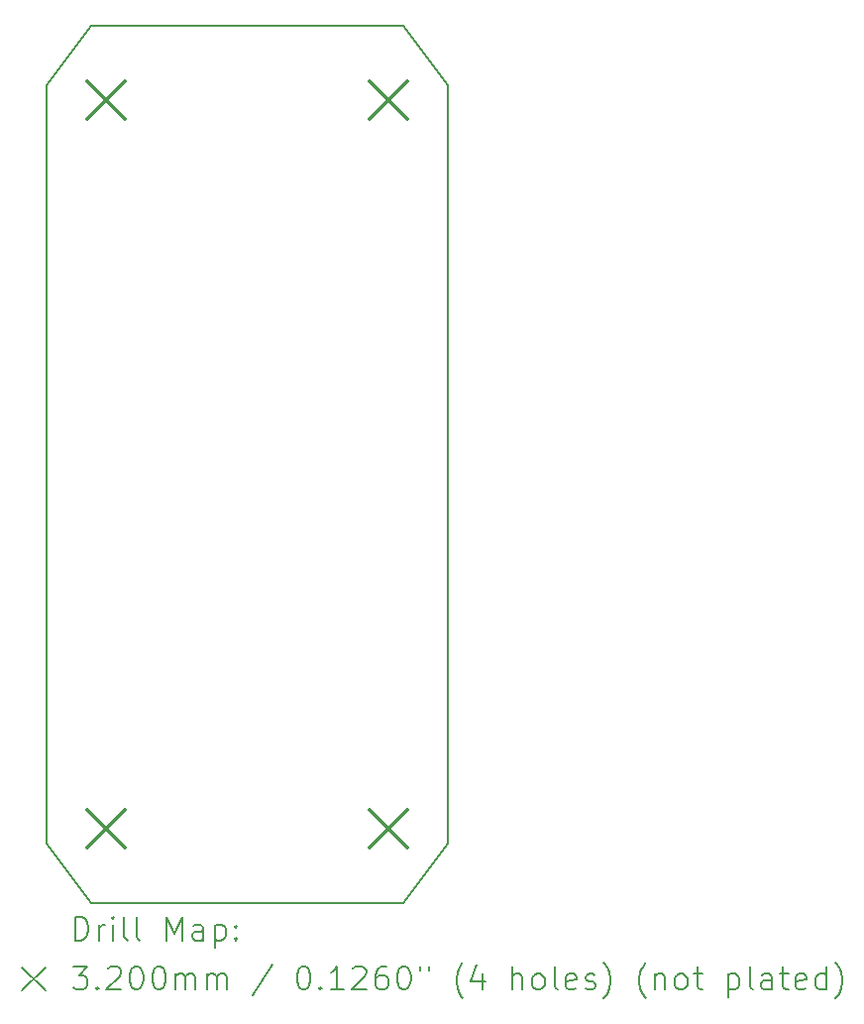
<source format=gbr>
%TF.GenerationSoftware,KiCad,Pcbnew,(6.0.9)*%
%TF.CreationDate,2024-07-08T19:13:21-04:00*%
%TF.ProjectId,PantryLED,50616e74-7279-44c4-9544-2e6b69636164,rev?*%
%TF.SameCoordinates,Original*%
%TF.FileFunction,Drillmap*%
%TF.FilePolarity,Positive*%
%FSLAX45Y45*%
G04 Gerber Fmt 4.5, Leading zero omitted, Abs format (unit mm)*
G04 Created by KiCad (PCBNEW (6.0.9)) date 2024-07-08 19:13:21*
%MOMM*%
%LPD*%
G01*
G04 APERTURE LIST*
%ADD10C,0.200000*%
%ADD11C,0.320000*%
G04 APERTURE END LIST*
D10*
X15875000Y-4953000D02*
X15875000Y-11430000D01*
X15494000Y-11938000D01*
X12827000Y-11938000D01*
X12446000Y-11430000D01*
X12446000Y-4953000D01*
X12827000Y-4445000D01*
X15494000Y-4445000D01*
X15875000Y-4953000D01*
D11*
X12794000Y-4920000D02*
X13114000Y-5240000D01*
X13114000Y-4920000D02*
X12794000Y-5240000D01*
X12794000Y-11143000D02*
X13114000Y-11463000D01*
X13114000Y-11143000D02*
X12794000Y-11463000D01*
X15207000Y-4920000D02*
X15527000Y-5240000D01*
X15527000Y-4920000D02*
X15207000Y-5240000D01*
X15207000Y-11143000D02*
X15527000Y-11463000D01*
X15527000Y-11143000D02*
X15207000Y-11463000D01*
D10*
X12693619Y-12258476D02*
X12693619Y-12058476D01*
X12741238Y-12058476D01*
X12769809Y-12068000D01*
X12788857Y-12087048D01*
X12798381Y-12106095D01*
X12807905Y-12144190D01*
X12807905Y-12172762D01*
X12798381Y-12210857D01*
X12788857Y-12229905D01*
X12769809Y-12248952D01*
X12741238Y-12258476D01*
X12693619Y-12258476D01*
X12893619Y-12258476D02*
X12893619Y-12125143D01*
X12893619Y-12163238D02*
X12903143Y-12144190D01*
X12912667Y-12134667D01*
X12931714Y-12125143D01*
X12950762Y-12125143D01*
X13017428Y-12258476D02*
X13017428Y-12125143D01*
X13017428Y-12058476D02*
X13007905Y-12068000D01*
X13017428Y-12077524D01*
X13026952Y-12068000D01*
X13017428Y-12058476D01*
X13017428Y-12077524D01*
X13141238Y-12258476D02*
X13122190Y-12248952D01*
X13112667Y-12229905D01*
X13112667Y-12058476D01*
X13246000Y-12258476D02*
X13226952Y-12248952D01*
X13217428Y-12229905D01*
X13217428Y-12058476D01*
X13474571Y-12258476D02*
X13474571Y-12058476D01*
X13541238Y-12201333D01*
X13607905Y-12058476D01*
X13607905Y-12258476D01*
X13788857Y-12258476D02*
X13788857Y-12153714D01*
X13779333Y-12134667D01*
X13760286Y-12125143D01*
X13722190Y-12125143D01*
X13703143Y-12134667D01*
X13788857Y-12248952D02*
X13769809Y-12258476D01*
X13722190Y-12258476D01*
X13703143Y-12248952D01*
X13693619Y-12229905D01*
X13693619Y-12210857D01*
X13703143Y-12191809D01*
X13722190Y-12182286D01*
X13769809Y-12182286D01*
X13788857Y-12172762D01*
X13884095Y-12125143D02*
X13884095Y-12325143D01*
X13884095Y-12134667D02*
X13903143Y-12125143D01*
X13941238Y-12125143D01*
X13960286Y-12134667D01*
X13969809Y-12144190D01*
X13979333Y-12163238D01*
X13979333Y-12220381D01*
X13969809Y-12239428D01*
X13960286Y-12248952D01*
X13941238Y-12258476D01*
X13903143Y-12258476D01*
X13884095Y-12248952D01*
X14065048Y-12239428D02*
X14074571Y-12248952D01*
X14065048Y-12258476D01*
X14055524Y-12248952D01*
X14065048Y-12239428D01*
X14065048Y-12258476D01*
X14065048Y-12134667D02*
X14074571Y-12144190D01*
X14065048Y-12153714D01*
X14055524Y-12144190D01*
X14065048Y-12134667D01*
X14065048Y-12153714D01*
X12236000Y-12488000D02*
X12436000Y-12688000D01*
X12436000Y-12488000D02*
X12236000Y-12688000D01*
X12674571Y-12478476D02*
X12798381Y-12478476D01*
X12731714Y-12554667D01*
X12760286Y-12554667D01*
X12779333Y-12564190D01*
X12788857Y-12573714D01*
X12798381Y-12592762D01*
X12798381Y-12640381D01*
X12788857Y-12659428D01*
X12779333Y-12668952D01*
X12760286Y-12678476D01*
X12703143Y-12678476D01*
X12684095Y-12668952D01*
X12674571Y-12659428D01*
X12884095Y-12659428D02*
X12893619Y-12668952D01*
X12884095Y-12678476D01*
X12874571Y-12668952D01*
X12884095Y-12659428D01*
X12884095Y-12678476D01*
X12969809Y-12497524D02*
X12979333Y-12488000D01*
X12998381Y-12478476D01*
X13046000Y-12478476D01*
X13065048Y-12488000D01*
X13074571Y-12497524D01*
X13084095Y-12516571D01*
X13084095Y-12535619D01*
X13074571Y-12564190D01*
X12960286Y-12678476D01*
X13084095Y-12678476D01*
X13207905Y-12478476D02*
X13226952Y-12478476D01*
X13246000Y-12488000D01*
X13255524Y-12497524D01*
X13265048Y-12516571D01*
X13274571Y-12554667D01*
X13274571Y-12602286D01*
X13265048Y-12640381D01*
X13255524Y-12659428D01*
X13246000Y-12668952D01*
X13226952Y-12678476D01*
X13207905Y-12678476D01*
X13188857Y-12668952D01*
X13179333Y-12659428D01*
X13169809Y-12640381D01*
X13160286Y-12602286D01*
X13160286Y-12554667D01*
X13169809Y-12516571D01*
X13179333Y-12497524D01*
X13188857Y-12488000D01*
X13207905Y-12478476D01*
X13398381Y-12478476D02*
X13417428Y-12478476D01*
X13436476Y-12488000D01*
X13446000Y-12497524D01*
X13455524Y-12516571D01*
X13465048Y-12554667D01*
X13465048Y-12602286D01*
X13455524Y-12640381D01*
X13446000Y-12659428D01*
X13436476Y-12668952D01*
X13417428Y-12678476D01*
X13398381Y-12678476D01*
X13379333Y-12668952D01*
X13369809Y-12659428D01*
X13360286Y-12640381D01*
X13350762Y-12602286D01*
X13350762Y-12554667D01*
X13360286Y-12516571D01*
X13369809Y-12497524D01*
X13379333Y-12488000D01*
X13398381Y-12478476D01*
X13550762Y-12678476D02*
X13550762Y-12545143D01*
X13550762Y-12564190D02*
X13560286Y-12554667D01*
X13579333Y-12545143D01*
X13607905Y-12545143D01*
X13626952Y-12554667D01*
X13636476Y-12573714D01*
X13636476Y-12678476D01*
X13636476Y-12573714D02*
X13646000Y-12554667D01*
X13665048Y-12545143D01*
X13693619Y-12545143D01*
X13712667Y-12554667D01*
X13722190Y-12573714D01*
X13722190Y-12678476D01*
X13817428Y-12678476D02*
X13817428Y-12545143D01*
X13817428Y-12564190D02*
X13826952Y-12554667D01*
X13846000Y-12545143D01*
X13874571Y-12545143D01*
X13893619Y-12554667D01*
X13903143Y-12573714D01*
X13903143Y-12678476D01*
X13903143Y-12573714D02*
X13912667Y-12554667D01*
X13931714Y-12545143D01*
X13960286Y-12545143D01*
X13979333Y-12554667D01*
X13988857Y-12573714D01*
X13988857Y-12678476D01*
X14379333Y-12468952D02*
X14207905Y-12726095D01*
X14636476Y-12478476D02*
X14655524Y-12478476D01*
X14674571Y-12488000D01*
X14684095Y-12497524D01*
X14693619Y-12516571D01*
X14703143Y-12554667D01*
X14703143Y-12602286D01*
X14693619Y-12640381D01*
X14684095Y-12659428D01*
X14674571Y-12668952D01*
X14655524Y-12678476D01*
X14636476Y-12678476D01*
X14617428Y-12668952D01*
X14607905Y-12659428D01*
X14598381Y-12640381D01*
X14588857Y-12602286D01*
X14588857Y-12554667D01*
X14598381Y-12516571D01*
X14607905Y-12497524D01*
X14617428Y-12488000D01*
X14636476Y-12478476D01*
X14788857Y-12659428D02*
X14798381Y-12668952D01*
X14788857Y-12678476D01*
X14779333Y-12668952D01*
X14788857Y-12659428D01*
X14788857Y-12678476D01*
X14988857Y-12678476D02*
X14874571Y-12678476D01*
X14931714Y-12678476D02*
X14931714Y-12478476D01*
X14912667Y-12507048D01*
X14893619Y-12526095D01*
X14874571Y-12535619D01*
X15065048Y-12497524D02*
X15074571Y-12488000D01*
X15093619Y-12478476D01*
X15141238Y-12478476D01*
X15160286Y-12488000D01*
X15169809Y-12497524D01*
X15179333Y-12516571D01*
X15179333Y-12535619D01*
X15169809Y-12564190D01*
X15055524Y-12678476D01*
X15179333Y-12678476D01*
X15350762Y-12478476D02*
X15312667Y-12478476D01*
X15293619Y-12488000D01*
X15284095Y-12497524D01*
X15265048Y-12526095D01*
X15255524Y-12564190D01*
X15255524Y-12640381D01*
X15265048Y-12659428D01*
X15274571Y-12668952D01*
X15293619Y-12678476D01*
X15331714Y-12678476D01*
X15350762Y-12668952D01*
X15360286Y-12659428D01*
X15369809Y-12640381D01*
X15369809Y-12592762D01*
X15360286Y-12573714D01*
X15350762Y-12564190D01*
X15331714Y-12554667D01*
X15293619Y-12554667D01*
X15274571Y-12564190D01*
X15265048Y-12573714D01*
X15255524Y-12592762D01*
X15493619Y-12478476D02*
X15512667Y-12478476D01*
X15531714Y-12488000D01*
X15541238Y-12497524D01*
X15550762Y-12516571D01*
X15560286Y-12554667D01*
X15560286Y-12602286D01*
X15550762Y-12640381D01*
X15541238Y-12659428D01*
X15531714Y-12668952D01*
X15512667Y-12678476D01*
X15493619Y-12678476D01*
X15474571Y-12668952D01*
X15465048Y-12659428D01*
X15455524Y-12640381D01*
X15446000Y-12602286D01*
X15446000Y-12554667D01*
X15455524Y-12516571D01*
X15465048Y-12497524D01*
X15474571Y-12488000D01*
X15493619Y-12478476D01*
X15636476Y-12478476D02*
X15636476Y-12516571D01*
X15712667Y-12478476D02*
X15712667Y-12516571D01*
X16007905Y-12754667D02*
X15998381Y-12745143D01*
X15979333Y-12716571D01*
X15969809Y-12697524D01*
X15960286Y-12668952D01*
X15950762Y-12621333D01*
X15950762Y-12583238D01*
X15960286Y-12535619D01*
X15969809Y-12507048D01*
X15979333Y-12488000D01*
X15998381Y-12459428D01*
X16007905Y-12449905D01*
X16169809Y-12545143D02*
X16169809Y-12678476D01*
X16122190Y-12468952D02*
X16074571Y-12611809D01*
X16198381Y-12611809D01*
X16426952Y-12678476D02*
X16426952Y-12478476D01*
X16512667Y-12678476D02*
X16512667Y-12573714D01*
X16503143Y-12554667D01*
X16484095Y-12545143D01*
X16455524Y-12545143D01*
X16436476Y-12554667D01*
X16426952Y-12564190D01*
X16636476Y-12678476D02*
X16617428Y-12668952D01*
X16607905Y-12659428D01*
X16598381Y-12640381D01*
X16598381Y-12583238D01*
X16607905Y-12564190D01*
X16617428Y-12554667D01*
X16636476Y-12545143D01*
X16665048Y-12545143D01*
X16684095Y-12554667D01*
X16693619Y-12564190D01*
X16703143Y-12583238D01*
X16703143Y-12640381D01*
X16693619Y-12659428D01*
X16684095Y-12668952D01*
X16665048Y-12678476D01*
X16636476Y-12678476D01*
X16817429Y-12678476D02*
X16798381Y-12668952D01*
X16788857Y-12649905D01*
X16788857Y-12478476D01*
X16969810Y-12668952D02*
X16950762Y-12678476D01*
X16912667Y-12678476D01*
X16893619Y-12668952D01*
X16884095Y-12649905D01*
X16884095Y-12573714D01*
X16893619Y-12554667D01*
X16912667Y-12545143D01*
X16950762Y-12545143D01*
X16969810Y-12554667D01*
X16979333Y-12573714D01*
X16979333Y-12592762D01*
X16884095Y-12611809D01*
X17055524Y-12668952D02*
X17074571Y-12678476D01*
X17112667Y-12678476D01*
X17131714Y-12668952D01*
X17141238Y-12649905D01*
X17141238Y-12640381D01*
X17131714Y-12621333D01*
X17112667Y-12611809D01*
X17084095Y-12611809D01*
X17065048Y-12602286D01*
X17055524Y-12583238D01*
X17055524Y-12573714D01*
X17065048Y-12554667D01*
X17084095Y-12545143D01*
X17112667Y-12545143D01*
X17131714Y-12554667D01*
X17207905Y-12754667D02*
X17217429Y-12745143D01*
X17236476Y-12716571D01*
X17246000Y-12697524D01*
X17255524Y-12668952D01*
X17265048Y-12621333D01*
X17265048Y-12583238D01*
X17255524Y-12535619D01*
X17246000Y-12507048D01*
X17236476Y-12488000D01*
X17217429Y-12459428D01*
X17207905Y-12449905D01*
X17569810Y-12754667D02*
X17560286Y-12745143D01*
X17541238Y-12716571D01*
X17531714Y-12697524D01*
X17522190Y-12668952D01*
X17512667Y-12621333D01*
X17512667Y-12583238D01*
X17522190Y-12535619D01*
X17531714Y-12507048D01*
X17541238Y-12488000D01*
X17560286Y-12459428D01*
X17569810Y-12449905D01*
X17646000Y-12545143D02*
X17646000Y-12678476D01*
X17646000Y-12564190D02*
X17655524Y-12554667D01*
X17674571Y-12545143D01*
X17703143Y-12545143D01*
X17722190Y-12554667D01*
X17731714Y-12573714D01*
X17731714Y-12678476D01*
X17855524Y-12678476D02*
X17836476Y-12668952D01*
X17826952Y-12659428D01*
X17817429Y-12640381D01*
X17817429Y-12583238D01*
X17826952Y-12564190D01*
X17836476Y-12554667D01*
X17855524Y-12545143D01*
X17884095Y-12545143D01*
X17903143Y-12554667D01*
X17912667Y-12564190D01*
X17922190Y-12583238D01*
X17922190Y-12640381D01*
X17912667Y-12659428D01*
X17903143Y-12668952D01*
X17884095Y-12678476D01*
X17855524Y-12678476D01*
X17979333Y-12545143D02*
X18055524Y-12545143D01*
X18007905Y-12478476D02*
X18007905Y-12649905D01*
X18017429Y-12668952D01*
X18036476Y-12678476D01*
X18055524Y-12678476D01*
X18274571Y-12545143D02*
X18274571Y-12745143D01*
X18274571Y-12554667D02*
X18293619Y-12545143D01*
X18331714Y-12545143D01*
X18350762Y-12554667D01*
X18360286Y-12564190D01*
X18369810Y-12583238D01*
X18369810Y-12640381D01*
X18360286Y-12659428D01*
X18350762Y-12668952D01*
X18331714Y-12678476D01*
X18293619Y-12678476D01*
X18274571Y-12668952D01*
X18484095Y-12678476D02*
X18465048Y-12668952D01*
X18455524Y-12649905D01*
X18455524Y-12478476D01*
X18646000Y-12678476D02*
X18646000Y-12573714D01*
X18636476Y-12554667D01*
X18617429Y-12545143D01*
X18579333Y-12545143D01*
X18560286Y-12554667D01*
X18646000Y-12668952D02*
X18626952Y-12678476D01*
X18579333Y-12678476D01*
X18560286Y-12668952D01*
X18550762Y-12649905D01*
X18550762Y-12630857D01*
X18560286Y-12611809D01*
X18579333Y-12602286D01*
X18626952Y-12602286D01*
X18646000Y-12592762D01*
X18712667Y-12545143D02*
X18788857Y-12545143D01*
X18741238Y-12478476D02*
X18741238Y-12649905D01*
X18750762Y-12668952D01*
X18769810Y-12678476D01*
X18788857Y-12678476D01*
X18931714Y-12668952D02*
X18912667Y-12678476D01*
X18874571Y-12678476D01*
X18855524Y-12668952D01*
X18846000Y-12649905D01*
X18846000Y-12573714D01*
X18855524Y-12554667D01*
X18874571Y-12545143D01*
X18912667Y-12545143D01*
X18931714Y-12554667D01*
X18941238Y-12573714D01*
X18941238Y-12592762D01*
X18846000Y-12611809D01*
X19112667Y-12678476D02*
X19112667Y-12478476D01*
X19112667Y-12668952D02*
X19093619Y-12678476D01*
X19055524Y-12678476D01*
X19036476Y-12668952D01*
X19026952Y-12659428D01*
X19017429Y-12640381D01*
X19017429Y-12583238D01*
X19026952Y-12564190D01*
X19036476Y-12554667D01*
X19055524Y-12545143D01*
X19093619Y-12545143D01*
X19112667Y-12554667D01*
X19188857Y-12754667D02*
X19198381Y-12745143D01*
X19217429Y-12716571D01*
X19226952Y-12697524D01*
X19236476Y-12668952D01*
X19246000Y-12621333D01*
X19246000Y-12583238D01*
X19236476Y-12535619D01*
X19226952Y-12507048D01*
X19217429Y-12488000D01*
X19198381Y-12459428D01*
X19188857Y-12449905D01*
M02*

</source>
